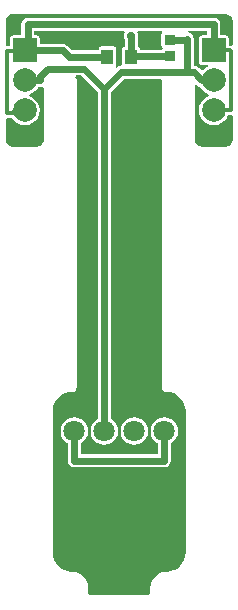
<source format=gtl>
G04*
G04 #@! TF.GenerationSoftware,Altium Limited,Altium Designer,18.1.7 (191)*
G04*
G04 Layer_Physical_Order=1*
G04 Layer_Color=255*
%FSLAX42Y42*%
%MOMM*%
G71*
G01*
G75*
%ADD11R,0.85X0.85*%
%ADD12R,1.00X1.25*%
%ADD19C,0.30*%
%ADD20C,0.60*%
%ADD21C,1.80*%
%ADD22C,2.00*%
%ADD23R,2.00X2.00*%
%ADD24C,0.70*%
G36*
X-639Y4339D02*
X-639Y4051D01*
X-639Y3914D01*
X-639Y3901D01*
X-641Y3889D01*
X-643Y3877D01*
X-656Y3857D01*
X-676Y3844D01*
X-688Y3841D01*
X-700Y3840D01*
Y3840D01*
X-900Y3840D01*
X-902Y3839D01*
X-924Y3844D01*
X-944Y3857D01*
X-957Y3877D01*
X-961Y3899D01*
X-961Y3901D01*
Y4077D01*
X-951Y4085D01*
X-947Y4084D01*
X-910D01*
X-910Y4083D01*
X-889Y4057D01*
X-863Y4036D01*
X-833Y4024D01*
X-800Y4020D01*
X-767Y4024D01*
X-737Y4036D01*
X-711Y4057D01*
X-690Y4083D01*
X-678Y4113D01*
X-674Y4146D01*
X-678Y4179D01*
X-690Y4209D01*
X-711Y4235D01*
X-737Y4256D01*
X-762Y4266D01*
Y4280D01*
X-737Y4290D01*
X-711Y4311D01*
X-690Y4337D01*
X-688Y4344D01*
X-668D01*
X-652Y4347D01*
X-639Y4339D01*
D02*
G37*
G36*
X660Y4360D02*
X660Y4360D01*
X678Y4348D01*
X687Y4346D01*
X690Y4337D01*
X711Y4311D01*
X737Y4290D01*
X762Y4280D01*
Y4266D01*
X737Y4256D01*
X711Y4235D01*
X690Y4209D01*
X678Y4179D01*
X674Y4146D01*
X678Y4113D01*
X690Y4083D01*
X711Y4057D01*
X737Y4036D01*
X767Y4024D01*
X800Y4020D01*
X833Y4024D01*
X863Y4036D01*
X889Y4057D01*
X910Y4083D01*
X919Y4105D01*
X943D01*
X948Y4106D01*
X961Y4095D01*
Y3900D01*
X961Y3898D01*
X957Y3876D01*
X944Y3856D01*
X924Y3843D01*
X902Y3839D01*
X900Y3839D01*
X700Y3839D01*
X700Y3839D01*
X700Y3839D01*
X688Y3841D01*
X676Y3843D01*
X656Y3856D01*
X643Y3876D01*
X639Y3898D01*
X639Y3900D01*
X639Y4050D01*
X639Y4365D01*
X651Y4370D01*
X660Y4360D01*
D02*
G37*
G36*
X-183Y4304D02*
Y1532D01*
X-185Y1531D01*
X-209Y1512D01*
X-228Y1488D01*
X-239Y1460D01*
X-243Y1430D01*
X-239Y1400D01*
X-228Y1372D01*
X-209Y1348D01*
X-185Y1329D01*
X-157Y1318D01*
X-127Y1314D01*
X-97Y1318D01*
X-69Y1329D01*
X-45Y1348D01*
X-26Y1372D01*
X-15Y1400D01*
X-11Y1430D01*
X-15Y1460D01*
X-26Y1488D01*
X-45Y1512D01*
X-69Y1531D01*
X-71Y1532D01*
Y4304D01*
X38Y4412D01*
X350D01*
X360Y4400D01*
X360Y4400D01*
X361Y1800D01*
X363Y1793D01*
X364Y1785D01*
X364Y1785D01*
X364Y1785D01*
X368Y1779D01*
X373Y1773D01*
X373Y1773D01*
X373Y1773D01*
X379Y1768D01*
X385Y1764D01*
X385Y1764D01*
X385Y1764D01*
X393Y1763D01*
X400Y1761D01*
X412Y1760D01*
X431Y1758D01*
X462Y1749D01*
X490Y1734D01*
X514Y1714D01*
X534Y1690D01*
X549Y1662D01*
X558Y1631D01*
X561Y1601D01*
X561Y1600D01*
X561Y400D01*
X561Y399D01*
X558Y369D01*
X549Y338D01*
X534Y310D01*
X514Y286D01*
X490Y266D01*
X462Y251D01*
X431Y242D01*
X412Y240D01*
X400Y239D01*
Y239D01*
X364Y235D01*
X330Y221D01*
X302Y198D01*
X279Y170D01*
X265Y136D01*
X261Y100D01*
X261D01*
X261Y88D01*
X262Y57D01*
X256Y48D01*
X246Y41D01*
X244Y41D01*
X232Y39D01*
X239Y40D01*
X244Y41D01*
X244Y41D01*
X239Y40D01*
X232Y39D01*
X219Y39D01*
X218Y39D01*
X-218D01*
X-219Y39D01*
X-232Y39D01*
X-239Y40D01*
X-244Y41D01*
X-244Y41D01*
X-239Y40D01*
X-232Y39D01*
X-244Y41D01*
X-246Y41D01*
X-256Y48D01*
X-262Y57D01*
X-261Y88D01*
X-261Y100D01*
Y100D01*
X-261Y100D01*
X-265Y136D01*
X-279Y170D01*
X-302Y198D01*
X-330Y221D01*
X-364Y235D01*
X-388Y238D01*
X-400Y239D01*
X-412Y240D01*
X-431Y242D01*
X-462Y251D01*
X-490Y266D01*
X-514Y286D01*
X-534Y310D01*
X-549Y338D01*
X-558Y369D01*
X-561Y399D01*
X-561Y400D01*
Y1600D01*
X-561Y1601D01*
X-558Y1631D01*
X-549Y1662D01*
X-534Y1690D01*
X-514Y1714D01*
X-490Y1734D01*
X-462Y1749D01*
X-431Y1758D01*
X-412Y1760D01*
X-400Y1761D01*
X-393Y1763D01*
X-385Y1764D01*
X-385Y1764D01*
X-385Y1764D01*
X-379Y1768D01*
X-373Y1772D01*
X-373Y1773D01*
X-373Y1773D01*
X-368Y1779D01*
X-364Y1785D01*
X-364Y1785D01*
X-364Y1785D01*
X-363Y1793D01*
X-361Y1800D01*
X-358Y3952D01*
X-358Y3952D01*
X-358Y3952D01*
X-360Y4400D01*
X-362Y4408D01*
X-363Y4415D01*
X-363Y4415D01*
X-363Y4415D01*
X-368Y4421D01*
X-372Y4427D01*
X-372Y4429D01*
X-370Y4441D01*
X-368Y4444D01*
X-323D01*
X-183Y4304D01*
D02*
G37*
G36*
X-900Y4962D02*
X887Y4961D01*
X900Y4961D01*
X912Y4959D01*
X924Y4957D01*
X944Y4944D01*
X957Y4924D01*
X961Y4902D01*
X961Y4900D01*
Y4699D01*
X948Y4692D01*
X935Y4695D01*
X926D01*
Y4754D01*
X924Y4764D01*
X918Y4772D01*
X910Y4778D01*
X900Y4780D01*
X856D01*
Y4875D01*
X852Y4897D01*
X840Y4915D01*
X822Y4927D01*
X800Y4931D01*
X-775D01*
X-797Y4927D01*
X-815Y4915D01*
X-827Y4897D01*
X-831Y4875D01*
Y4780D01*
X-900D01*
X-910Y4778D01*
X-918Y4772D01*
X-924Y4764D01*
X-926Y4754D01*
Y4691D01*
X-947D01*
X-951Y4690D01*
X-961Y4698D01*
Y4901D01*
X-961Y4903D01*
X-957Y4925D01*
X-944Y4945D01*
X-924Y4958D01*
X-902Y4962D01*
X-900Y4962D01*
D02*
G37*
G36*
X364Y4806D02*
X364Y4806D01*
X359Y4797D01*
X357Y4788D01*
Y4703D01*
X359Y4693D01*
X364Y4684D01*
X365Y4684D01*
X366Y4671D01*
X357Y4661D01*
X176D01*
Y4662D01*
X174Y4672D01*
X168Y4681D01*
X160Y4686D01*
X156Y4687D01*
Y4751D01*
X157Y4751D01*
X162Y4775D01*
X157Y4799D01*
X151Y4807D01*
X157Y4819D01*
X360D01*
X364Y4806D01*
D02*
G37*
G36*
X49Y4807D02*
X43Y4799D01*
X38Y4775D01*
X43Y4751D01*
X44Y4751D01*
Y4687D01*
X40Y4686D01*
X32Y4681D01*
X26Y4672D01*
X24Y4662D01*
Y4538D01*
X24Y4537D01*
X14Y4525D01*
X14Y4525D01*
X-8Y4520D01*
X-24Y4509D01*
X-32Y4519D01*
X-26Y4528D01*
X-24Y4538D01*
Y4662D01*
X-26Y4672D01*
X-32Y4681D01*
X-40Y4686D01*
X-50Y4688D01*
X-150D01*
X-160Y4686D01*
X-168Y4681D01*
X-174Y4672D01*
X-176Y4662D01*
Y4656D01*
X-402D01*
X-439Y4694D01*
X-457Y4706D01*
X-479Y4710D01*
X-479Y4710D01*
X-674D01*
Y4754D01*
X-676Y4764D01*
X-682Y4772D01*
X-690Y4778D01*
X-700Y4780D01*
X-719D01*
Y4819D01*
X43D01*
X49Y4807D01*
D02*
G37*
G36*
X744Y4780D02*
X700D01*
X690Y4778D01*
X682Y4772D01*
X676Y4764D01*
X674Y4754D01*
Y4554D01*
X676Y4544D01*
X682Y4536D01*
X690Y4530D01*
X700Y4528D01*
X748D01*
X751Y4515D01*
X737Y4510D01*
X711Y4489D01*
X709Y4488D01*
X697Y4487D01*
X676Y4508D01*
X657Y4520D01*
X636Y4525D01*
X631Y4536D01*
Y4750D01*
X627Y4772D01*
X615Y4790D01*
X597Y4802D01*
X578Y4806D01*
X580Y4819D01*
X744D01*
Y4780D01*
D02*
G37*
%LPC*%
G36*
X127Y1546D02*
X97Y1542D01*
X69Y1531D01*
X45Y1512D01*
X26Y1488D01*
X15Y1460D01*
X11Y1430D01*
X15Y1400D01*
X26Y1372D01*
X45Y1348D01*
X69Y1329D01*
X97Y1318D01*
X127Y1314D01*
X157Y1318D01*
X185Y1329D01*
X209Y1348D01*
X228Y1372D01*
X239Y1400D01*
X243Y1430D01*
X239Y1460D01*
X228Y1488D01*
X209Y1512D01*
X185Y1531D01*
X157Y1542D01*
X127Y1546D01*
D02*
G37*
G36*
X381D02*
X351Y1542D01*
X323Y1531D01*
X299Y1512D01*
X280Y1488D01*
X269Y1460D01*
X265Y1430D01*
X269Y1400D01*
X280Y1372D01*
X299Y1348D01*
X323Y1329D01*
X325Y1328D01*
Y1237D01*
X-325D01*
Y1328D01*
X-323Y1329D01*
X-299Y1348D01*
X-280Y1372D01*
X-269Y1400D01*
X-265Y1430D01*
X-269Y1460D01*
X-280Y1488D01*
X-299Y1512D01*
X-323Y1531D01*
X-351Y1542D01*
X-381Y1546D01*
X-411Y1542D01*
X-439Y1531D01*
X-463Y1512D01*
X-482Y1488D01*
X-493Y1460D01*
X-497Y1430D01*
X-493Y1400D01*
X-482Y1372D01*
X-463Y1348D01*
X-439Y1329D01*
X-437Y1328D01*
Y1181D01*
X-433Y1159D01*
X-421Y1141D01*
X-403Y1129D01*
X-381Y1125D01*
X381D01*
X403Y1129D01*
X421Y1141D01*
X433Y1159D01*
X437Y1181D01*
Y1328D01*
X439Y1329D01*
X463Y1348D01*
X482Y1372D01*
X493Y1400D01*
X497Y1430D01*
X493Y1460D01*
X482Y1488D01*
X463Y1512D01*
X439Y1531D01*
X411Y1542D01*
X381Y1546D01*
D02*
G37*
%LPD*%
D11*
X425Y4745D02*
D03*
Y4605D02*
D03*
D12*
X-100Y4600D02*
D03*
X100D02*
D03*
D19*
X800Y4654D02*
X935D01*
X943Y4646D01*
Y4146D02*
Y4646D01*
X800Y4146D02*
X943D01*
X-947Y4125D02*
X-900D01*
X-879Y4146D01*
X-800D01*
X-947Y4125D02*
Y4650D01*
X-804D01*
X-800Y4654D01*
D20*
X-775Y4679D01*
Y4875D01*
X800D01*
Y4654D02*
Y4875D01*
X100Y4600D02*
Y4775D01*
X-800Y4654D02*
X-479D01*
X-425Y4600D01*
X-100D01*
X575Y4468D02*
X636D01*
X434D02*
X575D01*
X425Y4745D02*
X570D01*
X575Y4750D01*
Y4468D02*
Y4750D01*
X100Y4600D02*
X105Y4605D01*
X425D01*
X-127Y4327D02*
X14Y4468D01*
X434D01*
X434Y4468D01*
X636D02*
X668Y4436D01*
Y4432D02*
Y4436D01*
Y4432D02*
X700Y4400D01*
X800D01*
X-800D02*
X-668D01*
Y4436D01*
X-604Y4500D01*
X-300D01*
X-127Y4327D01*
Y1430D02*
Y4327D01*
X381Y1181D02*
Y1430D01*
X-381Y1181D02*
X381D01*
X-381D02*
Y1430D01*
D21*
X127D02*
D03*
X-127D02*
D03*
X-381D02*
D03*
X381D02*
D03*
D22*
X-800Y4146D02*
D03*
Y4400D02*
D03*
X800Y4146D02*
D03*
Y4400D02*
D03*
D23*
X-800Y4654D02*
D03*
X800D02*
D03*
D24*
X100Y4775D02*
D03*
M02*

</source>
